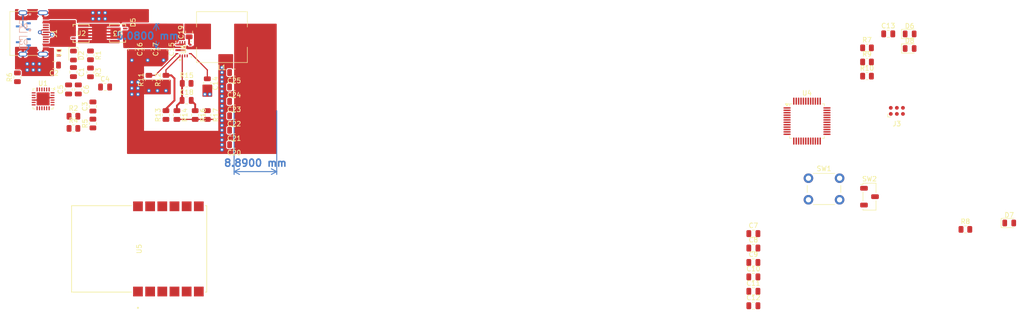
<source format=kicad_pcb>
(kicad_pcb (version 20240108) (generator "pcbnew") (generator_version "8.0")
  (layers (0 "F.Cu" signal) (1 "In1.Cu" signal) (2 "In2.Cu" signal) (31 "B.Cu" signal) (34 "B.Paste" user) (35 "F.Paste" user) (36 "B.SilkS" user "B.Silkscreen") (37 "F.SilkS" user "F.Silkscreen") (38 "B.Mask" user) (39 "F.Mask" user) (44 "Edge.Cuts" user))
  (net 0 "")
  (net 1 "USB_GND")
  (net 2 "/USB_C_PORT_POWER/VBUS_DISCHARGE")
  (net 3 "USB_VBUS")
  (net 4 "Net-(C3-Pad1)")
  (net 5 "VDD")
  (net 6 "/USB_C_PORT_POWER/USB_BUS")
  (net 7 "VREG_2V7")
  (net 8 "VREG_1V2")
  (net 9 "MCU_VDDA")
  (net 10 "RESET")
  (net 11 "BB_AGND")
  (net 12 "Net-(U6-SS)")
  (net 13 "Net-(C18-Pad2)")
  (net 14 "BB_FB")
  (net 15 "BB_BOOT")
  (net 16 "BB_SW")
  (net 17 "BB_VOUT")
  (net 18 "CC2")
  (net 19 "CC1")
  (net 20 "PWR_LED")
  (net 21 "Net-(D6-A)")
  (net 22 "PD_SUCCESS")
  (net 23 "Net-(D8-A)")
  (net 24 "USB_D-")
  (net 26 "USB_D+")
  (net 28 "MCU_SWCLK")
  (net 29 "MCU_SWDIO")
  (net 33 "MCU_RESET")
  (net 34 "VBUS_VS_Disch")
  (net 35 "/USB_C_PORT_POWER/VBUS_EN")
  (net 36 "VBUS_EN_SINK")
  (net 37 "/DISCH")
  (net 38 "Net-(U5-*CS)")
  (net 39 "Net-(U6-MODE)")
  (net 40 "Net-(U6-EN)")
  (net 41 "Net-(R14-Pad2)")
  (net 42 "MCU_BOOT_SELECT")
  (net 44 "PD_ADDR1")
  (net 46 "PD_ALERT")
  (net 48 "PD_SDA")
  (net 50 "PD_ADDR0")
  (net 52 "PD_SCL")
  (net 67 "ZIGBEE_SDO")
  (net 70 "ZIGBEE_INT")
  (net 75 "ZIGBEE_WAKE")
  (net 78 "ZIGBEE_SDI")
  (net 81 "ZIGBEE_SCK")
  (net 89 "BB_PG")
  (net 90 "BB_PGND")
  (footprint "STUSB4500QTR:POWERFLAT_3P3X3P3_STM" (layer "F.Cu") (at 34.1122 17.738999 180)
    (property "Reference" "U3")
    (property "Value" "STL6P3LLH6")
  )
  (footprint "Capacitor_SMD:C_0805_2012Metric" (layer "F.Cu") (at 43.688 21.082 -90)
    (property "Reference" "C15")
    (property "Value" "0.1uF")
  )
  (footprint "Resistor_SMD:R_0805_2012Metric" (layer "F.Cu") (at 44.196 34.798 90)
    (property "Reference" "R13")
    (property "Value" "169k")
  )
  (footprint "Capacitor_SMD:C_0805_2012Metric" (layer "F.Cu") (at 23.876 29.464 90)
    (property "Reference" "C5")
    (property "Value" "1uF")
  )
  (footprint "STUSB4500QTR:MOD12_MRF24J40MA_MCH" (layer "F.Cu") (at 38.608 62.738 90)
    (property "Reference" "U5")
    (property "Value" "MRF24J40MA-I/RM")
  )
  (footprint "Resistor_SMD:R_0805_2012Metric" (layer "F.Cu") (at 190.4752 26.6842)
    (property "Reference" "R10")
    (property "Value" "LED Value")
  )
  (footprint "Resistor_SMD:R_0805_2012Metric" (layer "F.Cu") (at 190.4752 23.7342)
    (property "Reference" "R9")
    (property "Value" "LED Value")
  )
  (footprint "Capacitor_SMD:C_0805_2012Metric" (layer "F.Cu") (at 58.42 37.986 180)
    (property "Reference" "C21")
    (property "Value" "22uF")
  )
  (footprint "Capacitor_SMD:C_0805_2012Metric" (layer "F.Cu") (at 194.9052 17.8642)
    (property "Reference" "C13")
    (property "Value" "0.1uF")
  )
  (footprint "Capacitor_SMD:C_0805_2012Metric" (layer "F.Cu") (at 58.42 28.956 180)
    (property "Reference" "C24")
    (property "Value" "22uF")
  )
  (footprint "Resistor_SMD:R_0805_2012Metric" (layer "F.Cu") (at 28.956 36.576 90)
    (property "Reference" "R5")
    (property "Value" "100")
  )
  (footprint "Resistor_SMD:R_0805_2012Metric" (layer "F.Cu") (at 13.208 26.924 90)
    (property "Reference" "R6")
    (property "Value" "1k")
  )
  (footprint "Capacitor_SMD:C_0805_2012Metric" (layer "F.Cu") (at 52.832 28.194 -90)
    (property "Reference" "C14")
    (property "Value" "22nF")
  )
  (footprint "Resistor_SMD:R_0805_2012Metric" (layer "F.Cu") (at 211.0052 58.6642)
    (property "Reference" "R8")
    (property "Value" "R_Small")
  )
  (footprint "Capacitor_SMD:C_0805_2012Metric" (layer "F.Cu") (at 166.7652 59.5442)
    (property "Reference" "C7")
    (property "Value" "100nF")
  )
  (footprint "Capacitor_SMD:C_0805_2012Metric" (layer "F.Cu") (at 49.022 17.526 90)
    (property "Reference" "C19")
    (property "Value" "0.1uF")
  )
  (footprint "Connector:Tag-Connect_TC2030-IDC-NL_2x03_P1.27mm_Vertical" (layer "F.Cu") (at 196.7052 33.9342)
    (property "Reference" "J3")
    (property "Value" "MCU_DEBUG")
  )
  (footprint "Capacitor_SMD:C_0805_2012Metric" (layer "F.Cu") (at 166.7652 62.5542)
    (property "Reference" "C8")
    (property "Value" "100nF")
  )
  (footprint "Inductor_SMD:L_10.4x10.4_H4.8" (layer "F.Cu") (at 55.88 18.542 180)
    (property "Reference" "L1")
    (property "Value" "4.7uH")
  )
  (footprint "Resistor_SMD:R_0805_2012Metric" (layer "F.Cu") (at 44.196 27.432 90)
    (property "Reference" "R12")
    (property "Value" "36.1k")
  )
  (footprint "Resistor_SMD:R_0805_2012Metric" (layer "F.Cu") (at 28.448 25.908 -90)
    (property "Reference" "R3")
    (property "Value" "100k")
  )
  (footprint "Connector_USB:USB_C_Receptacle_G-Switch_GT-USB-7010ASV" (layer "F.Cu") (at 15.417 17.782 -90)
    (property "Reference" "J1")
    (property "Value" "USB_C_Receptacle")
  )
  (footprint "Capacitor_SMD:C_0805_2012Metric" (layer "F.Cu") (at 24.892 25.842 -90)
    (property "Reference" "C1")
    (property "Value" "1uF")
  )
  (footprint "Diode_SMD:D_0805_2012Metric" (layer "F.Cu") (at 24.892 22.392 -90)
    (property "Reference" "D2")
    (property "Value" "~")
  )
  (footprint "STUSB4500QTR:RPA0010A-MFG" (layer "F.Cu") (at 47.876 21.055998 90)
    (property "Reference" "U6")
    (property "Value" "TPS56837HRPAR")
  )
  (footprint "LED_SMD:LED_0805_2012Metric" (layer "F.Cu") (at 199.3752 17.8792)
    (property "Reference" "D6")
    (property "Value" "PWR_LED")
  )
  (footprint "STUSB4500QTR:POWERFLAT_3P3X3P3_STM" (layer "F.Cu") (at 26.4922 17.78)
    (property "Reference" "U2")
    (property "Value" "STL6P3LLH6")
  )
  (footprint "Capacitor_SMD:C_0805_2012Metric" (layer "F.Cu") (at 58.42 31.966 180)
    (property "Reference" "C23")
    (property "Value" "22uF")
  )
  (footprint "Resistor_SMD:R_0805_2012Metric" (layer "F.Cu") (at 24.892 37.592)
    (property "Reference" "R4")
    (property "Value" "22k")
  )
  (footprint "Resistor_SMD:R_0805_2012Metric" (layer "F.Cu") (at 24.892 35.052)
    (property "Reference" "R2")
    (property "Value" "470")
  )
  (footprint "STUSB4500QTR:QFN1610_STM" (layer "F.Cu") (at 37.338 15.494 90)
    (property "Reference" "D5")
    (property "Value" "ESDA25P35")
  )
  (footprint "Resistor_SMD:R_0805_2012Metric" (layer "F.Cu") (at 46.482 34.798 -90)
    (property "Reference" "R14")
    (property "Value" "30k")
  )
  (footprint "Capacitor_SMD:C_0805_2012Metric" (layer "F.Cu") (at 166.7652 65.5642)
    (property "Reference" "C9")
    (property "Value" "100nF")
  )
  (footprint "Capacitor_SMD:C_0805_2012Metric" (layer "F.Cu") (at 58.42 40.996 180)
    (property "Reference" "C20")
    (property "Value" "22uF")
  )
  (footprint "Package_QFP:LQFP-48_7x7mm_P0.5mm" (layer "F.Cu") (at 177.9555 36.072)
    (property "Reference" "U4")
    (property "Value" "STM32F070CBTx")
  )
  (footprint "Capacitor_SMD:C_0805_2012Metric" (layer "F.Cu") (at 25.908 29.464 -90)
    (property "Reference" "C6")
    (property "Value" "1uF")
  )
  (footprint "Capacitor_SMD:C_0805_2012Metric" (layer "F.Cu") (at 166.7652 71.5842)
    (property "Reference" "C11")
    (property "Value" "10nF")
  )
  (footprint "Capacitor_SMD:C_0805_2012Metric" (layer "F.Cu") (at 28.956 33.02 90)
    (property "Reference" "C3")
    (property "Value" "100nF")
  )
  (footprint "Capacitor_SMD:C_0805_2012Metric" (layer "F.Cu") (at 58.42 34.976 180)
    (property "Reference" "C22")
    (property "Value" "22uF")
  )
  (footprint "Button_Switch_SMD:Nidec_Copal_CAS-120A" (layer "F.Cu") (at 190.9952 51.8342)
    (property "Reference" "SW2")
    (property "Value" "SW_Nidec_CAS-120A1")
  )
  (footprint "Capacitor_SMD:C_0805_2012Metric" (layer "F.Cu") (at 48.514 31.75)
    (property "Reference" "C18")
    (property "Value" "150pF")
  )
  (footprint "Capacitor_SMD:C_0805_2012Metric" (layer "F.Cu") (at 58.42 25.946 180)
    (property "Reference" "C25")
    (property "Value" "22uF")
  )
  (footprint "Resistor_SMD:R_0805_2012Metric" (layer "F.Cu") (at 190.4752 20.7842)
    (property "Reference" "R7")
    (property "Value" "4.7k")
  )
  (footprint "Resistor_SMD:R_0805_2012Metric" (layer "F.Cu") (at 52.832 34.798 90)
    (property "Reference" "R17")
    (property "Value" "?")
  )
  (footprint "Capacitor_SMD:C_0805_2012Metric" (layer "F.Cu") (at 166.7652 68.5742)
    (property "Reference" "C10")
    (property "Value" "100nF")
  )
  (footprint "Package_DFN_QFN:QFN-24-1EP_4x4mm_P0.5mm_EP2.7x2.7mm" (layer "F.Cu") (at 18.562 31.4265 -90)
    (property "Reference" "U1")
    (property "Value" "STUSB4500QTR")
  )
  (footprint "Capacitor_SMD:C_0805_2012Metric" (layer "F.Cu") (at 20.828 24.384 180)
    (property "Reference" "C2")
    (property "Value" "4.7uF")
  )
  (footprint "Capacitor_SMD:C_0805_2012Metric" (layer "F.Cu") (at 31.496 28.956)
    (property "Reference" "C4")
    (property "Value" "1uF")
  )
  (footprint "STUSB4500QTR:QFN1610_STM" (layer "F.Cu") (at 21.844 21.844 -90)
    (property "Reference" "D1")
    (property "Value" "ESDA25P35")
  )
  (footprint "LED_SMD:LED_0805_2012Metric" (layer "F.Cu") (at 199.3752 20.9192)
    (property "Reference" "D8")
    (property "Value" "PD_SUCCESS")
  )
  (footprint "Resistor_SMD:R_0805_2012Metric" (layer "F.Cu") (at 40.64 27.432 90)
    (property "Reference" "R11")
    (property "Value" "30.1k")
  )
  (footprint "Resistor_SMD:R_0805_2012Metric" (layer "F.Cu") (at 48.514 28.194)
    (property "Reference" "R15")
    (property "Value" "4.1k")
  )
  (footprint "Capacitor_SMD:C_0805_2012Metric" (layer "F.Cu") (at 166.7652 74.5942)
    (property "Reference" "C12")
    (property "Value" "4.7uF")
  )
  (footprint "Resistor_SMD:R_0805_2012Metric" (layer "F.Cu") (at 28.448 22.352 -90)
    (property "Reference" "R1")
    (property "Value" "470")
  )
  (footprint "Resistor_SMD:R_0805_2012Metric" (layer "F.Cu") (at 50.292 34.798 -90)
    (property "Reference" "R16")
    (property "Value" "0k")
  )
  (footprint "Button_Switch_THT:SW_PUSH_6mm" (layer "F.Cu") (at 178.2552 47.9842)
    (property "Reference" "SW1")
    (property "Value" "RESET_BUTTON")
  )
  (footprint "Capacitor_SMD:C_0805_2012Metric" (layer "F.Cu") (at 40.386 21.082 -90)
    (property "Reference" "C17")
    (property "Value" "10uF")
  )
  (footprint "Diode_SMD:D_0805_2012Metric" (layer "F.Cu") (at 220.1552 57.3292)
    (property "Reference" "D7")
    (property "Value" "D_Zener")
  )
  (footprint "Capacitor_SMD:C_0805_2012Metric" (layer "F.Cu") (at 37.084 21.082 -90)
    (property "Reference" "C16")
    (property "Value" "10uF")
  )
  (footprint "STUSB4500QTR:SOT323-3L_STM" (layer "B.Cu") (at 14.4272 16.3068 180)
    (property "Reference" "D4")
    (property "Value" "ESDA25W")
  )
  (footprint "STUSB4500QTR:SOT323-3L_STM" (layer "B.Cu") (at 14.43355 19.6088 180)
    (property "Reference" "D3")
    (property "Value" "ESDA25W")
  )
  (dimension (type aligned) (layer "B.Cu") (pts (xy 58.42 33.401) (xy 67.31 33.401)) (height 13.208) (gr_text "8.8900 mm" (at 62.865 44.809 0) (layer "B.Cu") (effects (font (size 1.5 1.5) (thickness 0.3)))) (format (prefix "") (suffix "") (units 3) (units_format 1) (precision 4)) (style (thickness 0.2) (arrow_length 1.27) (text_position_mode 0) (extension_height 0.58642) (extension_offset 0.5) keep_text_aligned))
  (dimension (type aligned) (layer "B.Cu") (pts (xy 42.037 20.828) (xy 42.037 15.748)) (height 0.127) (gr_text "5.0800 mm" (at 40.364 18.288 0) (layer "B.Cu") (effects (font (size 1.5 1.5) (thickness 0.3)))) (format (prefix "") (suffix "") (units 3) (units_format 1) (precision 4)) (style (thickness 0.2) (arrow_length 1.27) (text_position_mode 0) (extension_height 0.58642) (extension_offset 0.5)))
  (segment (start 18.312 31.6765) (end 18.562 31.4265) (width 0.25) (layer "F.Cu") (net 1))
  (segment (start 18.812 31.1765) (end 20.5245 31.1765) (width 0.25) (layer "F.Cu") (net 1))
  (segment (start 18.562 31.4265) (end 18.812 31.1765) (width 0.25) (layer "F.Cu") (net 1))
  (segment (start 16.5995 31.6765) (end 18.312 31.6765) (width 0.25) (layer "F.Cu") (net 1))
  (via (at 55.88 26.924) (size 0.8) (drill 0.4) (layers "F.Cu" "B.Cu") (net 1))
  (via (at 38.354 30.48) (size 0.8) (drill 0.4) (layers "F.Cu" "B.Cu") (net 1))
  (via (at 55.88 37.973) (size 0.8) (drill 0.4) (layers "F.Cu" "B.Cu") (net 1))
  (via (at 37.084 23.368) (size 0.8) (drill 0.4) (layers "F.Cu" "B.Cu") (net 1))
  (via (at 38.354 29.21) (size 0.8) (drill 0.4) (layers "F.Cu" "B.Cu") (net 1))
  (via (at 55.88 27.813) (size 0.8) (drill 0.4) (layers "F.Cu" "B.Cu") (net 1))
  (via (at 15.24 25.4) (size 0.8) (drill 0.4) (layers "F.Cu" "B.Cu") (net 1))
  (via (at 55.88 34.925) (size 0.8) (drill 0.4) (layers "F.Cu" "B.Cu") (net 1))
  (via (at 55.88 32.893) (size 0.8) (drill 0.4) (layers "F.Cu" "B.Cu") (net 1))
  (via (at 31.496 14.732) (size 0.8) (drill 0.4) (layers "F.Cu" "B.Cu") (net 1))
  (via (at 38.354 27.94) (size 0.8) (drill 0.4) (layers "F.Cu" "B.Cu") (net 1))
  (via (at 55.88 31.877) (size 0.8) (drill 0.4) (layers "F.Cu" "B.Cu") (net 1))
  (via (at 55.88 38.989) (size 0.8) (drill 0.4) (layers "F.Cu" "B.Cu") (net 1))
  (via (at 28.956 13.462) (size 0.8) (drill 0.4) (layers "F.Cu" "B.Cu") (net 1))
  (via (at 55.88 30.861) (size 0.8) (drill 0.4) (layers "F.Cu" "B.Cu") (net 1))
  (via (at 55.88 35.941) (size 0.8) (drill 0.4) (layers "F.Cu" "B.Cu") (net 1))
  (via (at 55.88 36.957) (size 0.8) (drill 0.4) (layers "F.Cu" "B.Cu") (net 1))
  (via (at 55.88 40.005) (size 0.8) (drill 0.4) (layers "F.Cu" "B.Cu") (net 1))
  (via (at 55.88 29.845) (size 0.8) (drill 0.4) (layers "F.Cu" "B.Cu") (net 1))
  (via (at 37.084 29.21) (size 0.8) (drill 0.4) (layers "F.Cu" "B.Cu") (net 1))
  (via (at 30.226 14.732) (size 0.8) (drill 0.4) (layers "F.Cu" "B.Cu") (net 1))
  (via (at 30.226 13.462) (size 0.8) (drill 0.4) (layers "F.Cu" "B.Cu") (net 1))
  (via (at 17.78 25.4) (size 0.8) (drill 0.4) (layers "F.Cu" "B.Cu") (net 1))
  (via (at 37.084 27.94) (size 0.8) (drill 0.4) (layers "F.Cu" "B.Cu") (net 1))
  (via (at 37.084 30.48) (size 0.8) (drill 0.4) (layers "F.Cu" "B.Cu") (net 1))
  (via (at 17.78 24.13) (size 0.8) (drill 0.4) (layers "F.Cu" "B.Cu") (net 1))
  (via (at 16.51 25.4) (size 0.8) (drill 0.4) (layers "F.Cu" "B.Cu") (net 1))
  (via (at 40.386 23.368) (size 0.8) (drill 0.4) (layers "F.Cu" "B.Cu") (net 1))
  (via (at 55.88 41.021) (size 0.8) (drill 0.4) (layers "F.Cu" "B.Cu") (net 1))
  (via (at 40.64 29.718) (size 0.8) (drill 0.4) (layers "F.Cu" "B.Cu") (net 1))
  (via (at 43.688 23.368) (size 0.8) (drill 0.4) (layers "F.Cu" "B.Cu") (net 1))
  (via (at 31.496 13.462) (size 0.8) (drill 0.4) (layers "F.Cu" "B.Cu") (net 1))
  (via (at 55.88 42.037) (size 0.8) (drill 0.4) (layers "F.Cu" "B.Cu") (net 1))
  (via (at 28.956 14.732) (size 0.8) (drill 0.4) (layers "F.Cu" "B.Cu") (net 1))
  (via (at 55.88 33.909) (size 0.8) (drill 0.4) (layers "F.Cu" "B.Cu") (net 1))
  (via (at 55.88 25.908) (size 0.8) (drill 0.4) (layers "F.Cu" "B.Cu") (net 1))
  (via (at 42.418 29.718) (size 0.8) (drill 0.4) (layers "F.Cu" "B.Cu") (net 1))
  (via (at 55.88 28.829) (size 0.8) (drill 0.4) (layers "F.Cu" "B.Cu") (net 1))
  (via (at 55.88 24.892) (size 0.8) (drill 0.4) (layers "F.Cu" "B.Cu") (net 1))
  (via (at 15.24 24.13) (size 0.8) (drill 0.4) (layers "F.Cu" "B.Cu") (net 1))
  (via (at 16.51 24.13) (size 0.8) (drill 0.4) (layers "F.Cu" "B.Cu") (net 1))
  (via (at 44.196 29.718) (size 0.8) (drill 0.4) (layers "F.Cu" "B.Cu") (net 1))
  (segment (start 14.342 16.12) (end 14.342 13.462) (width 0.25) (layer "B.Cu") (net 1))
  (segment (start 15.5448 20.258799) (end 15.5448 20.8992) (width 0.25) (layer "B.Cu") (net 1))
  (segment (start 15.5448 20.8992) (end 14.342 22.102) (width 0.25) (layer "B.Cu") (net 1))
  (segment (start 15.178799 16.956799) (end 14.342 16.12) (width 0.25) (layer "B.Cu") (net 1))
  (segment (start 15.53845 16.956799) (end 15.178799 16.956799) (width 0.25) (layer "B.Cu") (net 1))
  (via (at 53.34 30.48) (size 0.8) (drill 0.4) (layers "F.Cu" "B.Cu") (net 11))
  (via (at 52.324 30.48) (size 0.8) (drill 0.4) (layers "F.Cu" "B.Cu") (net 11))
  (segment (start 52.832 27.244) (end 52.832 25.4) (width 0.25) (layer "F.Cu") (net 12))
  (segment (start 49.417999 21.985999) (end 49.276 21.985999) (width 0.25) (layer "F.Cu") (net 12))
  (segment (start 52.832 25.4) (end 49.417999 21.985999) (width 0.25) (layer "F.Cu") (net 12))
  (segment (start 50.292 33.8855) (end 50.292 32.578) (width 0.4) (layer "F.Cu") (net 13))
  (segment (start 50.292 32.578) (end 49.464 31.75) (width 0.4) (layer "F.Cu") (net 13))
  (segment (start 46.482 33.8855) (end 46.482 32.832) (width 0.4) (layer "F.Cu") (net 14))
  (segment (start 47.564 28.2315) (end 47.6015 28.194) (width 0.4) (layer "F.Cu") (net 14))
  (segment (start 47.6015 22.480498) (end 47.626 22.455998) (width 0.25) (layer "F.Cu") (net 14))
  (segment (start 47.6015 28.194) (end 47.6015 22.480498) (width 0.25) (layer "F.Cu") (net 14))
  (segment (start 46.482 32.832) (end 47.564 31.75) (width 0.4) (layer "F.Cu") (net 14))
  (segment (start 47.564 31.75) (end 47.564 28.2315) (width 0.4) (layer "F.Cu") (net 14))
  (segment (start 49.022 18.476) (end 49.022 19.907) (width 0.4) (layer "F.Cu") (net 15))
  (segment (start 49.022 19.907) (end 49.276 20.161) (width 0.4) (layer "F.Cu") (net 15))
  (segment (start 17.8816 17.526) (end 18.3876 18.032) (width 0.2) (layer "F.Cu") (net 24))
  (segment (start 19.142 17.032) (end 18.3756 17.032) (width 0.2) (layer "F.Cu") (net 24))
  (segment (start 18.3756 17.032) (end 17.8816 17.526) (width 0.2) (layer "F.Cu") (net 24))
  (segment (start 18.3876 18.032) (end 19.142 18.032) (width 0.2) (layer "F.Cu") (net 24))
  (via (at 17.8816 17.526) (size 0.8) (drill 0.4) (layers "F.Cu" "B.Cu") (net 24))
  (segment (start 19.9196 17.532) (end 20.4216 18.034) (width 0.2) (layer "F.Cu") (net 26))
  (segment (start 19.142 17.532) (end 19.9196 17.532) (width 0.2) (layer "F.Cu") (net 26))
  (segment (start 19.9236 18.532) (end 20.4216 18.034) (width 0.2) (layer "F.Cu") (net 26))
  (segment (start 19.142 18.532) (end 19.9236 18.532) (width 0.2) (layer "F.Cu") (net 26))
  (via (at 20.4216 18.034) (size 0.8) (drill 0.4) (layers "F.Cu" "B.Cu") (net 26))
  (segment (start 40.64 26.5195) (end 41.942499 26.5195) (width 0.25) (layer "F.Cu") (net 39))
  (segment (start 41.942499 26.5195) (end 46.476 21.985999) (width 0.25) (layer "F.Cu") (net 39))
  (segment (start 44.196 33.8855) (end 44.196 33.528) (width 0.4) (layer "F.Cu") (net 40))
  (segment (start 45.974 27.178) (end 45.3155 26.5195) (width 0.4) (layer "F.Cu") (net 40))
  (segment (start 44.196 26.5195) (end 44.196 25.385997) (width 0.25) (layer "F.Cu") (net 40))
  (segment (start 44.196 25.385997) (end 47.125999 22.455998) (width 0.25) (layer "F.Cu") (net 40))
  (segment (start 44.196 33.528) (end 45.974 31.75) (width 0.4) (layer "F.Cu") (net 40))
  (segment (start 45.974 31.75) (end 45.974 27.178) (width 0.4) (layer "F.Cu") (net 40))
  (segment (start 45.3155 26.5195) (end 44.196 26.5195) (width 0.4) (layer "F.Cu") (net 40))
  (segment (start 50.038 35.7105) (end 54.102 35.7105) (width 0.25) (layer "F.Cu") (net 41))
  (segment (start 46.482 35.7105) (end 50.038 35.7105) (width 0.25) (layer "F.Cu") (net 41))
  (zone (net 1) (net_name "USB_GND") (layer "F.Cu") (priority 7) (connect_pads thru_hole_only (clearance 0)) (min_thickness 0.25) (fill yes (thermal_gap 0.25) (thermal_bridge_width 0.5))
    (polygon (pts (xy 45.212 30.48) (xy 39.624 30.48) (xy 39.624 27.432) (xy 45.212 27.432)))
  )
  (zone (net 3) (net_name "USB_VBUS") (layer "F.Cu") (priority 2) (connect_pads thru_hole_only (clearance 0)) (min_thickness 0.25) (fill yes (thermal_gap 0.25) (thermal_bridge_width 0.5))
    (polygon (pts (xy 25.4 14.986) (xy 18.288 14.986) (xy 18.288 20.574) (xy 25.4 20.574)))
  )
  (zone (net 1) (net_name "USB_GND") (layer "F.Cu") (connect_pads thru_hole_only (clearance 0)) (min_thickness 0.25) (fill yes (thermal_gap 0.25) (thermal_bridge_width 0.5))
    (polygon (pts (xy 12.7 12.7) (xy 40.64 12.7) (xy 40.64 15.7099) (xy 25.4 15.748) (xy 25.4 14.986) (xy 12.7 14.986)))
  )
  (zone (net 11) (net_name "BB_AGND") (layer "F.Cu") (priority 8) (connect_pads thru_hole_only (clearance 0)) (min_thickness 0.25) (fill yes (thermal_gap 0.25) (thermal_bridge_width 0.5))
    (polygon (pts (xy 51.816 28.448) (xy 53.848 28.448) (xy 53.848 30.988) (xy 51.816 30.988)))
  )
  (zone (net 1) (net_name "USB_GND") (layer "F.Cu") (priority 9) (connect_pads thru_hole_only (clearance 0)) (min_thickness 0.25) (fill yes (thermal_gap 0.25) (thermal_bridge_width 0.5))
    (polygon (pts (xy 44.704 21.082) (xy 36.068 21.082) (xy 36.068 42.926) (xy 58.42 42.926) (xy 58.42 38.1) (xy 58.42 22.098) (xy 55.118 22.098) (xy 55.118 38.1) (xy 39.624 38.1) (xy 39.624 24.638) (xy 44.704 24.638)))
  )
  (zone (net 16) (net_name "BB_SW") (layer "F.Cu") (priority 10) (connect_pads yes (clearance 0)) (min_thickness 0.25) (fill yes (thermal_gap 0.25) (thermal_bridge_width 0.5))
    (polygon (pts (xy 47.752 21.082) (xy 47.752 20.32) (xy 50.038 20.32) (xy 50.038 17.78) (xy 48.006 17.787252) (xy 48.042 15.748) (xy 53.594 15.748) (xy 53.594 21.082)))
  )
  (zone (net 5) (net_name "VDD") (layer "F.Cu") (priority 4) (connect_pads thru_hole_only (clearance 0)) (min_thickness 0.25) (fill yes (thermal_gap 0.25) (thermal_bridge_width 0.5))
    (polygon (pts (xy 35.052 15.7099) (xy 35.306 20.828) (xy 48.581 20.810997) (xy 48.514 15.748) (xy 40.894 15.7099)))
  )
  (zone (net 17) (net_name "BB_VOUT") (layer "F.Cu") (priority 11) (connect_pads yes (clearance 0)) (min_thickness 0.25) (fill yes (thermal_gap 0.25) (thermal_bridge_width 0.5) (island_removal_mode 1) (island_area_min 10))
    (polygon (pts (xy 58.42 15.748) (xy 67.31 15.748) (xy 67.31 42.926) (xy 58.42 42.926)))
  )
  (zone (net 1) (net_name "USB_GND") (layer "F.Cu") (priority 1) (connect_pads thru_hole_only (clearance 0)) (min_thickness 0.25) (fill yes (thermal_gap 0.25) (thermal_bridge_width 0.5))
    (polygon (pts (xy 12.7 26.67) (xy 20.828 26.67) (xy 20.828 20.574) (xy 12.7 20.574)))
  )
  (zone (net 6) (net_name "/USB_C_PORT_POWER/USB_BUS") (layer "F.Cu") (priority 3) (connect_pads (clearance 0)) (min_thickness 0.25) (fill yes (thermal_gap 0.25) (thermal_bridge_width 0.5))
    (polygon (pts (xy 25.8318 15.748) (xy 34.544 15.748) (xy 34.544 19.812) (xy 25.8318 19.812)))
  )
)
</source>
